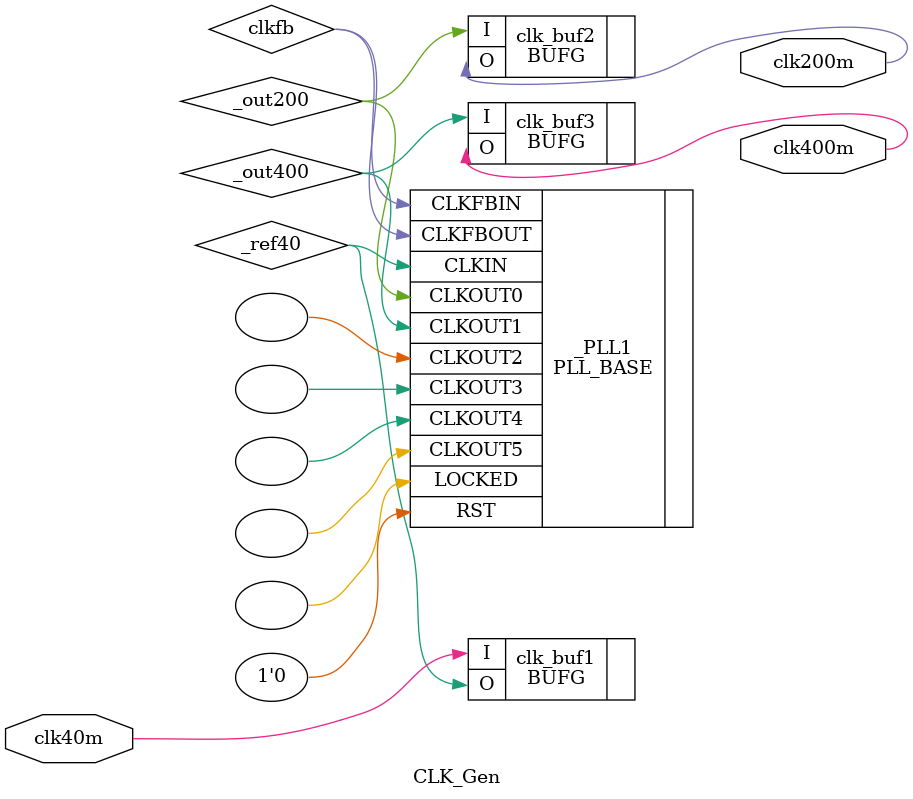
<source format=v>
`timescale 1ns / 1ps
module CLK_Gen(
	input clk40m,
	output clk200m,
	output clk400m
    );
	
	wire clkfb;//Click feedback
	wire _out200;
	wire _out400;
	wire _ref40;
	
	
PLL_BASE # (.BANDWIDTH         ("OPTIMIZED"),
	.CLK_FEEDBACK      ("CLKFBOUT"),
	.COMPENSATION      ("INTERNAL"),
	.DIVCLK_DIVIDE     (1),
            .CLKFBOUT_MULT     (10),        // CLKO = 40.000* 10/2 = 200.0000MHz
            .CLKFBOUT_PHASE    (0.000),
            .CLKOUT0_DIVIDE    (  2  ),
            .CLKOUT0_PHASE     (  0.00),
            .CLKOUT0_DUTY_CYCLE(  0.50),
            .CLKOUT1_DIVIDE    (  1  ),    // CLK1 = 400MHz
            .CLKOUT1_PHASE     (  0.00),
            .CLKOUT1_DUTY_CYCLE(  0.50),
            .CLKOUT2_DIVIDE    (  32  ),    // Unused Output. The divider still needs a
            .CLKOUT3_DIVIDE    (  32  ),    //    reasonable value because the clock is
            .CLKOUT4_DIVIDE    (  32  ),    //    still being generated even if unconnected.
            .CLKOUT5_DIVIDE    (  32  ))    //
_PLL1 (     .CLKFBOUT          (clkfb),     // The FB-Out is connected to FB-In inside
            .CLKFBIN           (clkfb),     //    the module.
            .CLKIN             (_ref40),    // 40.00 MHz reference clock
            .CLKOUT0           (_out200),    // 200 MHz Output signal
            .CLKOUT1           (_out400),    // 400 MHz Output signal
            .CLKOUT2           (),          // Unused outputs
            .CLKOUT3           (),          //
            .CLKOUT4           (),          //
            .CLKOUT5           (),          //
            .LOCKED            (),          //
            .RST               (1'b0));     // Reset Disable	

BUFG  clk_buf1 (.I(clk40m),    .O(_ref40));
BUFG  clk_buf2 (.I(_out200),  .O(clk200m ));
BUFG  clk_buf3 (.I(_out400),  .O(clk400m ));

endmodule

</source>
